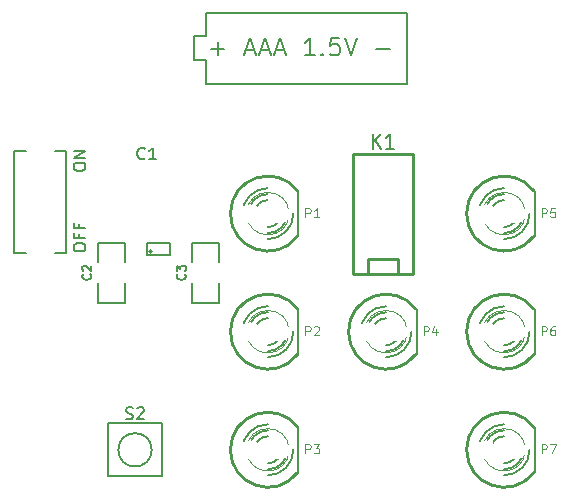
<source format=gto>
G04 (created by PCBNEW (2013-07-07 BZR 4022)-stable) date 24.11.2014 19:09:12*
%MOIN*%
G04 Gerber Fmt 3.4, Leading zero omitted, Abs format*
%FSLAX34Y34*%
G01*
G70*
G90*
G04 APERTURE LIST*
%ADD10C,0.00590551*%
%ADD11C,0.005*%
%ADD12C,0.008*%
%ADD13C,0.003*%
%ADD14C,0.01*%
%ADD15C,0.006*%
%ADD16C,0.0035*%
%ADD17R,0.08X0.06*%
%ADD18C,0.066*%
%ADD19R,0.019685X0.0393701*%
%ADD20C,0.11811*%
%ADD21R,0.055X0.055*%
%ADD22C,0.055*%
%ADD23R,0.0688976X0.141732*%
%ADD24C,0.0688976*%
%ADD25C,0.0472441*%
%ADD26C,0.0787402*%
G04 APERTURE END LIST*
G54D10*
G54D11*
X98087Y-46637D02*
X97187Y-46637D01*
X97187Y-46637D02*
X97187Y-47287D01*
X98087Y-47987D02*
X98087Y-48637D01*
X98087Y-48637D02*
X97187Y-48637D01*
X97187Y-48637D02*
X97187Y-47987D01*
X98087Y-47287D02*
X98087Y-46637D01*
X94938Y-46637D02*
X94038Y-46637D01*
X94038Y-46637D02*
X94038Y-47287D01*
X94938Y-47987D02*
X94938Y-48637D01*
X94938Y-48637D02*
X94038Y-48637D01*
X94038Y-48637D02*
X94038Y-47987D01*
X94938Y-47287D02*
X94938Y-46637D01*
G54D12*
X108600Y-54293D02*
X108600Y-52793D01*
G54D13*
X108287Y-53543D02*
G75*
G03X108287Y-53543I-707J0D01*
G74*
G01*
G54D14*
X108579Y-52792D02*
G75*
G03X108579Y-54293I-999J-750D01*
G74*
G01*
G54D15*
X107580Y-53093D02*
G75*
G03X107130Y-53543I0J-450D01*
G74*
G01*
X107580Y-53993D02*
G75*
G03X108030Y-53543I0J450D01*
G74*
G01*
X107580Y-52893D02*
G75*
G03X106930Y-53543I0J-650D01*
G74*
G01*
X107580Y-54193D02*
G75*
G03X108230Y-53543I0J650D01*
G74*
G01*
X107580Y-52693D02*
G75*
G03X106730Y-53543I0J-850D01*
G74*
G01*
X107580Y-54393D02*
G75*
G03X108430Y-53543I0J850D01*
G74*
G01*
G54D12*
X108600Y-50356D02*
X108600Y-48856D01*
G54D13*
X108287Y-49606D02*
G75*
G03X108287Y-49606I-707J0D01*
G74*
G01*
G54D14*
X108579Y-48855D02*
G75*
G03X108579Y-50356I-999J-750D01*
G74*
G01*
G54D15*
X107580Y-49156D02*
G75*
G03X107130Y-49606I0J-450D01*
G74*
G01*
X107580Y-50056D02*
G75*
G03X108030Y-49606I0J450D01*
G74*
G01*
X107580Y-48956D02*
G75*
G03X106930Y-49606I0J-650D01*
G74*
G01*
X107580Y-50256D02*
G75*
G03X108230Y-49606I0J650D01*
G74*
G01*
X107580Y-48756D02*
G75*
G03X106730Y-49606I0J-850D01*
G74*
G01*
X107580Y-50456D02*
G75*
G03X108430Y-49606I0J850D01*
G74*
G01*
G54D12*
X108600Y-46419D02*
X108600Y-44919D01*
G54D13*
X108287Y-45669D02*
G75*
G03X108287Y-45669I-707J0D01*
G74*
G01*
G54D14*
X108579Y-44918D02*
G75*
G03X108579Y-46419I-999J-750D01*
G74*
G01*
G54D15*
X107580Y-45219D02*
G75*
G03X107130Y-45669I0J-450D01*
G74*
G01*
X107580Y-46119D02*
G75*
G03X108030Y-45669I0J450D01*
G74*
G01*
X107580Y-45019D02*
G75*
G03X106930Y-45669I0J-650D01*
G74*
G01*
X107580Y-46319D02*
G75*
G03X108230Y-45669I0J650D01*
G74*
G01*
X107580Y-44819D02*
G75*
G03X106730Y-45669I0J-850D01*
G74*
G01*
X107580Y-46519D02*
G75*
G03X108430Y-45669I0J850D01*
G74*
G01*
G54D12*
X104663Y-50356D02*
X104663Y-48856D01*
G54D13*
X104350Y-49606D02*
G75*
G03X104350Y-49606I-707J0D01*
G74*
G01*
G54D14*
X104642Y-48855D02*
G75*
G03X104642Y-50356I-999J-750D01*
G74*
G01*
G54D15*
X103643Y-49156D02*
G75*
G03X103193Y-49606I0J-450D01*
G74*
G01*
X103643Y-50056D02*
G75*
G03X104093Y-49606I0J450D01*
G74*
G01*
X103643Y-48956D02*
G75*
G03X102993Y-49606I0J-650D01*
G74*
G01*
X103643Y-50256D02*
G75*
G03X104293Y-49606I0J650D01*
G74*
G01*
X103643Y-48756D02*
G75*
G03X102793Y-49606I0J-850D01*
G74*
G01*
X103643Y-50456D02*
G75*
G03X104493Y-49606I0J850D01*
G74*
G01*
G54D12*
X100726Y-54293D02*
X100726Y-52793D01*
G54D13*
X100413Y-53543D02*
G75*
G03X100413Y-53543I-707J0D01*
G74*
G01*
G54D14*
X100705Y-52792D02*
G75*
G03X100705Y-54293I-999J-750D01*
G74*
G01*
G54D15*
X99706Y-53093D02*
G75*
G03X99256Y-53543I0J-450D01*
G74*
G01*
X99706Y-53993D02*
G75*
G03X100156Y-53543I0J450D01*
G74*
G01*
X99706Y-52893D02*
G75*
G03X99056Y-53543I0J-650D01*
G74*
G01*
X99706Y-54193D02*
G75*
G03X100356Y-53543I0J650D01*
G74*
G01*
X99706Y-52693D02*
G75*
G03X98856Y-53543I0J-850D01*
G74*
G01*
X99706Y-54393D02*
G75*
G03X100556Y-53543I0J850D01*
G74*
G01*
G54D12*
X100726Y-50356D02*
X100726Y-48856D01*
G54D13*
X100413Y-49606D02*
G75*
G03X100413Y-49606I-707J0D01*
G74*
G01*
G54D14*
X100705Y-48855D02*
G75*
G03X100705Y-50356I-999J-750D01*
G74*
G01*
G54D15*
X99706Y-49156D02*
G75*
G03X99256Y-49606I0J-450D01*
G74*
G01*
X99706Y-50056D02*
G75*
G03X100156Y-49606I0J450D01*
G74*
G01*
X99706Y-48956D02*
G75*
G03X99056Y-49606I0J-650D01*
G74*
G01*
X99706Y-50256D02*
G75*
G03X100356Y-49606I0J650D01*
G74*
G01*
X99706Y-48756D02*
G75*
G03X98856Y-49606I0J-850D01*
G74*
G01*
X99706Y-50456D02*
G75*
G03X100556Y-49606I0J850D01*
G74*
G01*
G54D12*
X100726Y-46419D02*
X100726Y-44919D01*
G54D13*
X100413Y-45669D02*
G75*
G03X100413Y-45669I-707J0D01*
G74*
G01*
G54D14*
X100705Y-44918D02*
G75*
G03X100705Y-46419I-999J-750D01*
G74*
G01*
G54D15*
X99706Y-45219D02*
G75*
G03X99256Y-45669I0J-450D01*
G74*
G01*
X99706Y-46119D02*
G75*
G03X100156Y-45669I0J450D01*
G74*
G01*
X99706Y-45019D02*
G75*
G03X99056Y-45669I0J-650D01*
G74*
G01*
X99706Y-46319D02*
G75*
G03X100356Y-45669I0J650D01*
G74*
G01*
X99706Y-44819D02*
G75*
G03X98856Y-45669I0J-850D01*
G74*
G01*
X99706Y-46519D02*
G75*
G03X100556Y-45669I0J850D01*
G74*
G01*
G54D10*
X95843Y-46929D02*
G75*
G03X95843Y-46929I-55J0D01*
G74*
G01*
X95669Y-47047D02*
X96456Y-47047D01*
X96456Y-47047D02*
X96456Y-46653D01*
X96456Y-46653D02*
X96062Y-46653D01*
X96062Y-46653D02*
X95669Y-46653D01*
X95669Y-46653D02*
X95669Y-47047D01*
X97244Y-40551D02*
X97244Y-39763D01*
X97244Y-39763D02*
X97637Y-39763D01*
X97637Y-39763D02*
X97637Y-38976D01*
X97637Y-38976D02*
X104330Y-38976D01*
X104330Y-38976D02*
X104330Y-41338D01*
X104330Y-41338D02*
X97637Y-41338D01*
X97637Y-41338D02*
X97637Y-40551D01*
X97637Y-40551D02*
X97244Y-40551D01*
G54D14*
X103043Y-47669D02*
X103043Y-47169D01*
X103043Y-47169D02*
X104043Y-47169D01*
X104043Y-47169D02*
X104043Y-47669D01*
X102543Y-47669D02*
X102543Y-43669D01*
X102543Y-43669D02*
X104543Y-43669D01*
X104543Y-43669D02*
X104543Y-47669D01*
X104543Y-47669D02*
X102543Y-47669D01*
G54D10*
X95832Y-53543D02*
G75*
G03X95832Y-53543I-556J0D01*
G74*
G01*
X94389Y-52657D02*
X94389Y-54429D01*
X94389Y-54429D02*
X96161Y-54429D01*
X96161Y-54429D02*
X96161Y-52657D01*
X94389Y-52657D02*
X96161Y-52657D01*
X92992Y-45275D02*
X92992Y-43582D01*
X92992Y-43582D02*
X92598Y-43582D01*
X91259Y-45275D02*
X91259Y-43582D01*
X91259Y-43582D02*
X91653Y-43582D01*
X91259Y-45275D02*
X91259Y-46968D01*
X91259Y-46968D02*
X91653Y-46968D01*
X92992Y-45275D02*
X92992Y-46968D01*
X92992Y-46968D02*
X92598Y-46968D01*
G54D11*
X96943Y-47687D02*
X96957Y-47702D01*
X96971Y-47744D01*
X96971Y-47773D01*
X96957Y-47816D01*
X96928Y-47844D01*
X96900Y-47859D01*
X96843Y-47873D01*
X96800Y-47873D01*
X96743Y-47859D01*
X96714Y-47844D01*
X96686Y-47816D01*
X96671Y-47773D01*
X96671Y-47744D01*
X96686Y-47702D01*
X96700Y-47687D01*
X96671Y-47587D02*
X96671Y-47402D01*
X96786Y-47502D01*
X96786Y-47459D01*
X96800Y-47430D01*
X96814Y-47416D01*
X96843Y-47402D01*
X96914Y-47402D01*
X96943Y-47416D01*
X96957Y-47430D01*
X96971Y-47459D01*
X96971Y-47544D01*
X96957Y-47573D01*
X96943Y-47587D01*
X93793Y-47687D02*
X93807Y-47702D01*
X93822Y-47744D01*
X93822Y-47773D01*
X93807Y-47816D01*
X93779Y-47844D01*
X93750Y-47859D01*
X93693Y-47873D01*
X93650Y-47873D01*
X93593Y-47859D01*
X93565Y-47844D01*
X93536Y-47816D01*
X93522Y-47773D01*
X93522Y-47744D01*
X93536Y-47702D01*
X93550Y-47687D01*
X93550Y-47573D02*
X93536Y-47559D01*
X93522Y-47530D01*
X93522Y-47459D01*
X93536Y-47430D01*
X93550Y-47416D01*
X93579Y-47402D01*
X93607Y-47402D01*
X93650Y-47416D01*
X93822Y-47587D01*
X93822Y-47402D01*
G54D16*
X108833Y-53664D02*
X108833Y-53364D01*
X108947Y-53364D01*
X108976Y-53379D01*
X108990Y-53393D01*
X109005Y-53421D01*
X109005Y-53464D01*
X108990Y-53493D01*
X108976Y-53507D01*
X108947Y-53521D01*
X108833Y-53521D01*
X109105Y-53364D02*
X109305Y-53364D01*
X109176Y-53664D01*
X108833Y-49727D02*
X108833Y-49427D01*
X108947Y-49427D01*
X108976Y-49442D01*
X108990Y-49456D01*
X109005Y-49484D01*
X109005Y-49527D01*
X108990Y-49556D01*
X108976Y-49570D01*
X108947Y-49584D01*
X108833Y-49584D01*
X109262Y-49427D02*
X109205Y-49427D01*
X109176Y-49442D01*
X109162Y-49456D01*
X109133Y-49499D01*
X109119Y-49556D01*
X109119Y-49670D01*
X109133Y-49699D01*
X109147Y-49713D01*
X109176Y-49727D01*
X109233Y-49727D01*
X109262Y-49713D01*
X109276Y-49699D01*
X109290Y-49670D01*
X109290Y-49599D01*
X109276Y-49570D01*
X109262Y-49556D01*
X109233Y-49542D01*
X109176Y-49542D01*
X109147Y-49556D01*
X109133Y-49570D01*
X109119Y-49599D01*
X108833Y-45790D02*
X108833Y-45490D01*
X108947Y-45490D01*
X108976Y-45505D01*
X108990Y-45519D01*
X109005Y-45547D01*
X109005Y-45590D01*
X108990Y-45619D01*
X108976Y-45633D01*
X108947Y-45647D01*
X108833Y-45647D01*
X109276Y-45490D02*
X109133Y-45490D01*
X109119Y-45633D01*
X109133Y-45619D01*
X109162Y-45605D01*
X109233Y-45605D01*
X109262Y-45619D01*
X109276Y-45633D01*
X109290Y-45662D01*
X109290Y-45733D01*
X109276Y-45762D01*
X109262Y-45776D01*
X109233Y-45790D01*
X109162Y-45790D01*
X109133Y-45776D01*
X109119Y-45762D01*
X104896Y-49727D02*
X104896Y-49427D01*
X105010Y-49427D01*
X105039Y-49442D01*
X105053Y-49456D01*
X105068Y-49484D01*
X105068Y-49527D01*
X105053Y-49556D01*
X105039Y-49570D01*
X105010Y-49584D01*
X104896Y-49584D01*
X105325Y-49527D02*
X105325Y-49727D01*
X105253Y-49413D02*
X105182Y-49627D01*
X105368Y-49627D01*
X100959Y-53664D02*
X100959Y-53364D01*
X101073Y-53364D01*
X101102Y-53379D01*
X101116Y-53393D01*
X101131Y-53421D01*
X101131Y-53464D01*
X101116Y-53493D01*
X101102Y-53507D01*
X101073Y-53521D01*
X100959Y-53521D01*
X101231Y-53364D02*
X101416Y-53364D01*
X101316Y-53479D01*
X101359Y-53479D01*
X101388Y-53493D01*
X101402Y-53507D01*
X101416Y-53536D01*
X101416Y-53607D01*
X101402Y-53636D01*
X101388Y-53650D01*
X101359Y-53664D01*
X101273Y-53664D01*
X101245Y-53650D01*
X101231Y-53636D01*
X100959Y-49727D02*
X100959Y-49427D01*
X101073Y-49427D01*
X101102Y-49442D01*
X101116Y-49456D01*
X101131Y-49484D01*
X101131Y-49527D01*
X101116Y-49556D01*
X101102Y-49570D01*
X101073Y-49584D01*
X100959Y-49584D01*
X101245Y-49456D02*
X101259Y-49442D01*
X101288Y-49427D01*
X101359Y-49427D01*
X101388Y-49442D01*
X101402Y-49456D01*
X101416Y-49484D01*
X101416Y-49513D01*
X101402Y-49556D01*
X101231Y-49727D01*
X101416Y-49727D01*
X100959Y-45790D02*
X100959Y-45490D01*
X101073Y-45490D01*
X101102Y-45505D01*
X101116Y-45519D01*
X101131Y-45547D01*
X101131Y-45590D01*
X101116Y-45619D01*
X101102Y-45633D01*
X101073Y-45647D01*
X100959Y-45647D01*
X101416Y-45790D02*
X101245Y-45790D01*
X101331Y-45790D02*
X101331Y-45490D01*
X101302Y-45533D01*
X101273Y-45562D01*
X101245Y-45576D01*
G54D10*
X103318Y-40171D02*
X103768Y-40171D01*
X97806Y-40171D02*
X98256Y-40171D01*
X98031Y-40396D02*
X98031Y-39946D01*
X98959Y-40227D02*
X99240Y-40227D01*
X98903Y-40396D02*
X99100Y-39805D01*
X99296Y-40396D01*
X99465Y-40227D02*
X99746Y-40227D01*
X99409Y-40396D02*
X99606Y-39805D01*
X99803Y-40396D01*
X99971Y-40227D02*
X100253Y-40227D01*
X99915Y-40396D02*
X100112Y-39805D01*
X100309Y-40396D01*
X101265Y-40396D02*
X100928Y-40396D01*
X101096Y-40396D02*
X101096Y-39805D01*
X101040Y-39890D01*
X100984Y-39946D01*
X100928Y-39974D01*
X101518Y-40340D02*
X101546Y-40368D01*
X101518Y-40396D01*
X101490Y-40368D01*
X101518Y-40340D01*
X101518Y-40396D01*
X102080Y-39805D02*
X101799Y-39805D01*
X101771Y-40087D01*
X101799Y-40059D01*
X101856Y-40030D01*
X101996Y-40030D01*
X102052Y-40059D01*
X102080Y-40087D01*
X102109Y-40143D01*
X102109Y-40284D01*
X102080Y-40340D01*
X102052Y-40368D01*
X101996Y-40396D01*
X101856Y-40396D01*
X101799Y-40368D01*
X101771Y-40340D01*
X102277Y-39805D02*
X102474Y-40396D01*
X102671Y-39805D01*
G54D12*
X103211Y-43509D02*
X103211Y-43009D01*
X103468Y-43509D02*
X103275Y-43223D01*
X103468Y-43009D02*
X103211Y-43295D01*
X103896Y-43509D02*
X103639Y-43509D01*
X103768Y-43509D02*
X103768Y-43009D01*
X103725Y-43080D01*
X103682Y-43128D01*
X103639Y-43152D01*
G54D10*
X95603Y-43822D02*
X95584Y-43841D01*
X95528Y-43860D01*
X95491Y-43860D01*
X95434Y-43841D01*
X95397Y-43803D01*
X95378Y-43766D01*
X95359Y-43691D01*
X95359Y-43635D01*
X95378Y-43560D01*
X95397Y-43522D01*
X95434Y-43485D01*
X95491Y-43466D01*
X95528Y-43466D01*
X95584Y-43485D01*
X95603Y-43503D01*
X95978Y-43860D02*
X95753Y-43860D01*
X95866Y-43860D02*
X95866Y-43466D01*
X95828Y-43522D01*
X95791Y-43560D01*
X95753Y-43578D01*
X94975Y-52502D02*
X95031Y-52521D01*
X95125Y-52521D01*
X95163Y-52502D01*
X95181Y-52484D01*
X95200Y-52446D01*
X95200Y-52409D01*
X95181Y-52371D01*
X95163Y-52352D01*
X95125Y-52334D01*
X95050Y-52315D01*
X95013Y-52296D01*
X94994Y-52277D01*
X94975Y-52240D01*
X94975Y-52202D01*
X94994Y-52165D01*
X95013Y-52146D01*
X95050Y-52127D01*
X95144Y-52127D01*
X95200Y-52146D01*
X95350Y-52165D02*
X95369Y-52146D01*
X95406Y-52127D01*
X95500Y-52127D01*
X95538Y-52146D01*
X95556Y-52165D01*
X95575Y-52202D01*
X95575Y-52240D01*
X95556Y-52296D01*
X95331Y-52521D01*
X95575Y-52521D01*
X93230Y-46831D02*
X93230Y-46756D01*
X93248Y-46719D01*
X93286Y-46681D01*
X93361Y-46662D01*
X93492Y-46662D01*
X93567Y-46681D01*
X93605Y-46719D01*
X93623Y-46756D01*
X93623Y-46831D01*
X93605Y-46869D01*
X93567Y-46906D01*
X93492Y-46925D01*
X93361Y-46925D01*
X93286Y-46906D01*
X93248Y-46869D01*
X93230Y-46831D01*
X93417Y-46362D02*
X93417Y-46494D01*
X93623Y-46494D02*
X93230Y-46494D01*
X93230Y-46306D01*
X93417Y-46025D02*
X93417Y-46156D01*
X93623Y-46156D02*
X93230Y-46156D01*
X93230Y-45969D01*
X93230Y-44141D02*
X93230Y-44066D01*
X93248Y-44028D01*
X93286Y-43991D01*
X93361Y-43972D01*
X93492Y-43972D01*
X93567Y-43991D01*
X93605Y-44028D01*
X93623Y-44066D01*
X93623Y-44141D01*
X93605Y-44178D01*
X93567Y-44216D01*
X93492Y-44235D01*
X93361Y-44235D01*
X93286Y-44216D01*
X93248Y-44178D01*
X93230Y-44141D01*
X93623Y-43803D02*
X93230Y-43803D01*
X93623Y-43578D01*
X93230Y-43578D01*
%LPC*%
G54D17*
X97637Y-46987D03*
X97637Y-48287D03*
X94488Y-46987D03*
X94488Y-48287D03*
G54D18*
X106980Y-53543D03*
X107980Y-53543D03*
X106980Y-49606D03*
X107980Y-49606D03*
X106980Y-45669D03*
X107980Y-45669D03*
X103043Y-49606D03*
X104043Y-49606D03*
X99106Y-53543D03*
X100106Y-53543D03*
X99106Y-49606D03*
X100106Y-49606D03*
X99106Y-45669D03*
X100106Y-45669D03*
G54D19*
X96062Y-47283D03*
X96318Y-47283D03*
X95807Y-47283D03*
X95807Y-46417D03*
X96062Y-46417D03*
X96318Y-46417D03*
G54D20*
X95387Y-40157D03*
X106187Y-40157D03*
X92387Y-40157D03*
X109187Y-40157D03*
G54D21*
X105043Y-47169D03*
G54D22*
X105043Y-46169D03*
X105043Y-45169D03*
X105043Y-44169D03*
X102043Y-44169D03*
X102043Y-45169D03*
X102043Y-46169D03*
X102043Y-47169D03*
G54D23*
X94978Y-44881D03*
X96360Y-44881D03*
G54D24*
X93996Y-54429D03*
X93996Y-52657D03*
X96555Y-52657D03*
X96555Y-54429D03*
G54D25*
X92125Y-45275D03*
X92125Y-46062D03*
G54D26*
X92125Y-46889D03*
X92125Y-43661D03*
G54D25*
X92125Y-44488D03*
M02*

</source>
